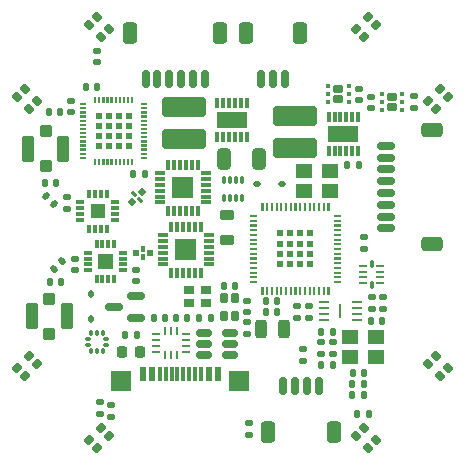
<source format=gbr>
%TF.GenerationSoftware,KiCad,Pcbnew,9.0.0-9.0.0-2~ubuntu24.04.1*%
%TF.CreationDate,2025-03-27T18:59:32+01:00*%
%TF.ProjectId,Kolibri v0.5,4b6f6c69-6272-4692-9076-302e352e6b69,rev?*%
%TF.SameCoordinates,Original*%
%TF.FileFunction,Paste,Top*%
%TF.FilePolarity,Positive*%
%FSLAX46Y46*%
G04 Gerber Fmt 4.6, Leading zero omitted, Abs format (unit mm)*
G04 Created by KiCad (PCBNEW 9.0.0-9.0.0-2~ubuntu24.04.1) date 2025-03-27 18:59:32*
%MOMM*%
%LPD*%
G01*
G04 APERTURE LIST*
G04 Aperture macros list*
%AMRoundRect*
0 Rectangle with rounded corners*
0 $1 Rounding radius*
0 $2 $3 $4 $5 $6 $7 $8 $9 X,Y pos of 4 corners*
0 Add a 4 corners polygon primitive as box body*
4,1,4,$2,$3,$4,$5,$6,$7,$8,$9,$2,$3,0*
0 Add four circle primitives for the rounded corners*
1,1,$1+$1,$2,$3*
1,1,$1+$1,$4,$5*
1,1,$1+$1,$6,$7*
1,1,$1+$1,$8,$9*
0 Add four rect primitives between the rounded corners*
20,1,$1+$1,$2,$3,$4,$5,0*
20,1,$1+$1,$4,$5,$6,$7,0*
20,1,$1+$1,$6,$7,$8,$9,0*
20,1,$1+$1,$8,$9,$2,$3,0*%
%AMRotRect*
0 Rectangle, with rotation*
0 The origin of the aperture is its center*
0 $1 length*
0 $2 width*
0 $3 Rotation angle, in degrees counterclockwise*
0 Add horizontal line*
21,1,$1,$2,0,0,$3*%
G04 Aperture macros list end*
%ADD10C,0.100000*%
%ADD11R,0.800000X0.300000*%
%ADD12R,0.300000X0.800000*%
%ADD13R,0.550000X0.550000*%
%ADD14R,0.300000X0.850000*%
%ADD15R,0.850000X0.300000*%
%ADD16RoundRect,0.140000X-0.170000X0.140000X-0.170000X-0.140000X0.170000X-0.140000X0.170000X0.140000X0*%
%ADD17RoundRect,0.150000X0.150000X0.625000X-0.150000X0.625000X-0.150000X-0.625000X0.150000X-0.625000X0*%
%ADD18RoundRect,0.250000X0.350000X0.650000X-0.350000X0.650000X-0.350000X-0.650000X0.350000X-0.650000X0*%
%ADD19RoundRect,0.135000X-0.185000X0.135000X-0.185000X-0.135000X0.185000X-0.135000X0.185000X0.135000X0*%
%ADD20RoundRect,0.097500X-0.374767X0.053033X0.053033X-0.374767X0.374767X-0.053033X-0.053033X0.374767X0*%
%ADD21RoundRect,0.140000X0.170000X-0.140000X0.170000X0.140000X-0.170000X0.140000X-0.170000X-0.140000X0*%
%ADD22RoundRect,0.062500X0.237500X-0.062500X0.237500X0.062500X-0.237500X0.062500X-0.237500X-0.062500X0*%
%ADD23RoundRect,0.050000X0.250000X-0.050000X0.250000X0.050000X-0.250000X0.050000X-0.250000X-0.050000X0*%
%ADD24RoundRect,0.075000X0.075000X-0.250000X0.075000X0.250000X-0.075000X0.250000X-0.075000X-0.250000X0*%
%ADD25RoundRect,0.097500X0.053033X0.374767X-0.374767X-0.053033X-0.053033X-0.374767X0.374767X0.053033X0*%
%ADD26R,0.600000X1.150000*%
%ADD27R,0.300000X1.150000*%
%ADD28R,1.700000X1.700000*%
%ADD29R,0.300000X0.500000*%
%ADD30R,0.300000X0.900000*%
%ADD31R,2.600000X1.400000*%
%ADD32RoundRect,0.218750X0.381250X-0.218750X0.381250X0.218750X-0.381250X0.218750X-0.381250X-0.218750X0*%
%ADD33RoundRect,0.147500X-0.147500X-0.172500X0.147500X-0.172500X0.147500X0.172500X-0.147500X0.172500X0*%
%ADD34RoundRect,0.140000X-0.140000X-0.170000X0.140000X-0.170000X0.140000X0.170000X-0.140000X0.170000X0*%
%ADD35RoundRect,0.218750X0.218750X0.256250X-0.218750X0.256250X-0.218750X-0.256250X0.218750X-0.256250X0*%
%ADD36RoundRect,0.140000X0.140000X0.170000X-0.140000X0.170000X-0.140000X-0.170000X0.140000X-0.170000X0*%
%ADD37RoundRect,0.135000X-0.135000X-0.185000X0.135000X-0.185000X0.135000X0.185000X-0.135000X0.185000X0*%
%ADD38RoundRect,0.250000X0.250000X0.550000X-0.250000X0.550000X-0.250000X-0.550000X0.250000X-0.550000X0*%
%ADD39RoundRect,0.087500X-0.125000X-0.087500X0.125000X-0.087500X0.125000X0.087500X-0.125000X0.087500X0*%
%ADD40RoundRect,0.087500X-0.087500X-0.125000X0.087500X-0.125000X0.087500X0.125000X-0.087500X0.125000X0*%
%ADD41RoundRect,0.172500X-0.262500X-0.172500X0.262500X-0.172500X0.262500X0.172500X-0.262500X0.172500X0*%
%ADD42RoundRect,0.093750X-0.093750X-0.106250X0.093750X-0.106250X0.093750X0.106250X-0.093750X0.106250X0*%
%ADD43R,0.675000X0.250000*%
%ADD44R,0.250000X0.675000*%
%ADD45RoundRect,0.135000X0.135000X0.185000X-0.135000X0.185000X-0.135000X-0.185000X0.135000X-0.185000X0*%
%ADD46R,1.400000X1.200000*%
%ADD47RotRect,0.550000X0.550000X315.000000*%
%ADD48RotRect,0.300000X0.500000X225.000000*%
%ADD49RoundRect,0.050000X-0.100000X0.285000X-0.100000X-0.285000X0.100000X-0.285000X0.100000X0.285000X0*%
%ADD50RoundRect,0.150000X0.625000X-0.150000X0.625000X0.150000X-0.625000X0.150000X-0.625000X-0.150000X0*%
%ADD51RoundRect,0.250000X0.650000X-0.350000X0.650000X0.350000X-0.650000X0.350000X-0.650000X-0.350000X0*%
%ADD52RoundRect,0.250000X-1.600000X0.600000X-1.600000X-0.600000X1.600000X-0.600000X1.600000X0.600000X0*%
%ADD53RoundRect,0.097500X-0.053033X-0.374767X0.374767X0.053033X0.053033X0.374767X-0.374767X-0.053033X0*%
%ADD54RoundRect,0.100000X0.400000X0.400000X-0.400000X0.400000X-0.400000X-0.400000X0.400000X-0.400000X0*%
%ADD55RoundRect,0.105000X0.420000X0.995000X-0.420000X0.995000X-0.420000X-0.995000X0.420000X-0.995000X0*%
%ADD56RoundRect,0.135000X0.185000X-0.135000X0.185000X0.135000X-0.185000X0.135000X-0.185000X-0.135000X0*%
%ADD57RoundRect,0.100000X-0.400000X-0.400000X0.400000X-0.400000X0.400000X0.400000X-0.400000X0.400000X0*%
%ADD58RoundRect,0.105000X-0.420000X-0.995000X0.420000X-0.995000X0.420000X0.995000X-0.420000X0.995000X0*%
%ADD59RoundRect,0.097500X0.374767X-0.053033X-0.053033X0.374767X-0.374767X0.053033X0.053033X-0.374767X0*%
%ADD60RoundRect,0.150000X-0.150000X-0.625000X0.150000X-0.625000X0.150000X0.625000X-0.150000X0.625000X0*%
%ADD61RoundRect,0.250000X-0.350000X-0.650000X0.350000X-0.650000X0.350000X0.650000X-0.350000X0.650000X0*%
%ADD62RoundRect,0.150000X0.512500X0.150000X-0.512500X0.150000X-0.512500X-0.150000X0.512500X-0.150000X0*%
%ADD63RoundRect,0.097500X0.227500X-0.302500X0.227500X0.302500X-0.227500X0.302500X-0.227500X-0.302500X0*%
%ADD64RoundRect,0.112500X-0.187500X-0.112500X0.187500X-0.112500X0.187500X0.112500X-0.187500X0.112500X0*%
%ADD65RoundRect,0.140000X-0.219203X-0.021213X-0.021213X-0.219203X0.219203X0.021213X0.021213X0.219203X0*%
%ADD66RoundRect,0.250000X0.325000X0.650000X-0.325000X0.650000X-0.325000X-0.650000X0.325000X-0.650000X0*%
%ADD67R,0.900000X0.800000*%
%ADD68RoundRect,0.140000X0.021213X-0.219203X0.219203X-0.021213X-0.021213X0.219203X-0.219203X0.021213X0*%
%ADD69RoundRect,0.112500X-0.112500X0.187500X-0.112500X-0.187500X0.112500X-0.187500X0.112500X0.187500X0*%
%ADD70RoundRect,0.150000X0.587500X0.150000X-0.587500X0.150000X-0.587500X-0.150000X0.587500X-0.150000X0*%
%ADD71RoundRect,0.040000X0.040000X0.605000X-0.040000X0.605000X-0.040000X-0.605000X0.040000X-0.605000X0*%
%ADD72RoundRect,0.062500X0.387500X0.062500X-0.387500X0.062500X-0.387500X-0.062500X0.387500X-0.062500X0*%
G04 APERTURE END LIST*
%TO.C,IC2*%
G36*
X89200000Y-98800000D02*
G01*
X88000000Y-98800000D01*
X88000000Y-97600000D01*
X89200000Y-97600000D01*
X89200000Y-98800000D01*
G37*
%TO.C,IC4*%
G36*
X89850000Y-103050000D02*
G01*
X88650000Y-103050000D01*
X88650000Y-101850000D01*
X89850000Y-101850000D01*
X89850000Y-103050000D01*
G37*
%TO.C,U3*%
G36*
X87100000Y-89025000D02*
G01*
X87600000Y-89025000D01*
X87600000Y-89225000D01*
X87100000Y-89225000D01*
X87100000Y-89025000D01*
G37*
G36*
X87100000Y-89375000D02*
G01*
X87600000Y-89375000D01*
X87600000Y-89575000D01*
X87100000Y-89575000D01*
X87100000Y-89375000D01*
G37*
G36*
X87100000Y-89725000D02*
G01*
X87600000Y-89725000D01*
X87600000Y-89925000D01*
X87100000Y-89925000D01*
X87100000Y-89725000D01*
G37*
G36*
X87100000Y-90075000D02*
G01*
X87600000Y-90075000D01*
X87600000Y-90275000D01*
X87100000Y-90275000D01*
X87100000Y-90075000D01*
G37*
G36*
X87100000Y-90425000D02*
G01*
X87600000Y-90425000D01*
X87600000Y-90625000D01*
X87100000Y-90625000D01*
X87100000Y-90425000D01*
G37*
G36*
X87100000Y-90775000D02*
G01*
X87600000Y-90775000D01*
X87600000Y-90975000D01*
X87100000Y-90975000D01*
X87100000Y-90775000D01*
G37*
G36*
X87100000Y-91125000D02*
G01*
X87600000Y-91125000D01*
X87600000Y-91325000D01*
X87100000Y-91325000D01*
X87100000Y-91125000D01*
G37*
G36*
X87100000Y-91475000D02*
G01*
X87600000Y-91475000D01*
X87600000Y-91675000D01*
X87100000Y-91675000D01*
X87100000Y-91475000D01*
G37*
G36*
X87100000Y-91825000D02*
G01*
X87600000Y-91825000D01*
X87600000Y-92025000D01*
X87100000Y-92025000D01*
X87100000Y-91825000D01*
G37*
G36*
X87100000Y-92175000D02*
G01*
X87600000Y-92175000D01*
X87600000Y-92375000D01*
X87100000Y-92375000D01*
X87100000Y-92175000D01*
G37*
G36*
X87100000Y-92525000D02*
G01*
X87600000Y-92525000D01*
X87600000Y-92725000D01*
X87100000Y-92725000D01*
X87100000Y-92525000D01*
G37*
G36*
X87100000Y-92875000D02*
G01*
X87600000Y-92875000D01*
X87600000Y-93075000D01*
X87100000Y-93075000D01*
X87100000Y-92875000D01*
G37*
G36*
X87100000Y-93225000D02*
G01*
X87600000Y-93225000D01*
X87600000Y-93425000D01*
X87100000Y-93425000D01*
X87100000Y-93225000D01*
G37*
G36*
X87100000Y-93575000D02*
G01*
X87600000Y-93575000D01*
X87600000Y-93775000D01*
X87100000Y-93775000D01*
X87100000Y-93575000D01*
G37*
G36*
X88275000Y-88550000D02*
G01*
X88475000Y-88550000D01*
X88475000Y-89050000D01*
X88275000Y-89050000D01*
X88275000Y-88550000D01*
G37*
G36*
X88275000Y-93750000D02*
G01*
X88475000Y-93750000D01*
X88475000Y-94250000D01*
X88275000Y-94250000D01*
X88275000Y-93750000D01*
G37*
G36*
X88625000Y-88550000D02*
G01*
X88825000Y-88550000D01*
X88825000Y-89050000D01*
X88625000Y-89050000D01*
X88625000Y-88550000D01*
G37*
G36*
X88625000Y-93750000D02*
G01*
X88825000Y-93750000D01*
X88825000Y-94250000D01*
X88625000Y-94250000D01*
X88625000Y-93750000D01*
G37*
G36*
X88975000Y-88550000D02*
G01*
X89175000Y-88550000D01*
X89175000Y-89050000D01*
X88975000Y-89050000D01*
X88975000Y-88550000D01*
G37*
G36*
X88975000Y-93750000D02*
G01*
X89175000Y-93750000D01*
X89175000Y-94250000D01*
X88975000Y-94250000D01*
X88975000Y-93750000D01*
G37*
G36*
X89325000Y-88550000D02*
G01*
X89525000Y-88550000D01*
X89525000Y-89050000D01*
X89325000Y-89050000D01*
X89325000Y-88550000D01*
G37*
G36*
X89325000Y-93750000D02*
G01*
X89525000Y-93750000D01*
X89525000Y-94250000D01*
X89325000Y-94250000D01*
X89325000Y-93750000D01*
G37*
G36*
X89675000Y-88550000D02*
G01*
X89875000Y-88550000D01*
X89875000Y-89050000D01*
X89675000Y-89050000D01*
X89675000Y-88550000D01*
G37*
G36*
X89675000Y-93750000D02*
G01*
X89875000Y-93750000D01*
X89875000Y-94250000D01*
X89675000Y-94250000D01*
X89675000Y-93750000D01*
G37*
G36*
X90025000Y-88550000D02*
G01*
X90225000Y-88550000D01*
X90225000Y-89050000D01*
X90025000Y-89050000D01*
X90025000Y-88550000D01*
G37*
G36*
X90025000Y-93750000D02*
G01*
X90225000Y-93750000D01*
X90225000Y-94250000D01*
X90025000Y-94250000D01*
X90025000Y-93750000D01*
G37*
G36*
X90375000Y-88550000D02*
G01*
X90575000Y-88550000D01*
X90575000Y-89050000D01*
X90375000Y-89050000D01*
X90375000Y-88550000D01*
G37*
G36*
X90375000Y-93750000D02*
G01*
X90575000Y-93750000D01*
X90575000Y-94250000D01*
X90375000Y-94250000D01*
X90375000Y-93750000D01*
G37*
G36*
X90725000Y-88550000D02*
G01*
X90925000Y-88550000D01*
X90925000Y-89050000D01*
X90725000Y-89050000D01*
X90725000Y-88550000D01*
G37*
G36*
X90725000Y-93750000D02*
G01*
X90925000Y-93750000D01*
X90925000Y-94250000D01*
X90725000Y-94250000D01*
X90725000Y-93750000D01*
G37*
G36*
X91075000Y-88550000D02*
G01*
X91275000Y-88550000D01*
X91275000Y-89050000D01*
X91075000Y-89050000D01*
X91075000Y-88550000D01*
G37*
G36*
X91075000Y-93750000D02*
G01*
X91275000Y-93750000D01*
X91275000Y-94250000D01*
X91075000Y-94250000D01*
X91075000Y-93750000D01*
G37*
G36*
X91425000Y-88550000D02*
G01*
X91625000Y-88550000D01*
X91625000Y-89050000D01*
X91425000Y-89050000D01*
X91425000Y-88550000D01*
G37*
G36*
X91425000Y-93750000D02*
G01*
X91625000Y-93750000D01*
X91625000Y-94250000D01*
X91425000Y-94250000D01*
X91425000Y-93750000D01*
G37*
G36*
X92300000Y-89025000D02*
G01*
X92800000Y-89025000D01*
X92800000Y-89225000D01*
X92300000Y-89225000D01*
X92300000Y-89025000D01*
G37*
G36*
X92300000Y-89375000D02*
G01*
X92800000Y-89375000D01*
X92800000Y-89575000D01*
X92300000Y-89575000D01*
X92300000Y-89375000D01*
G37*
G36*
X92300000Y-89725000D02*
G01*
X92800000Y-89725000D01*
X92800000Y-89925000D01*
X92300000Y-89925000D01*
X92300000Y-89725000D01*
G37*
G36*
X92300000Y-90075000D02*
G01*
X92800000Y-90075000D01*
X92800000Y-90275000D01*
X92300000Y-90275000D01*
X92300000Y-90075000D01*
G37*
G36*
X92300000Y-90425000D02*
G01*
X92800000Y-90425000D01*
X92800000Y-90625000D01*
X92300000Y-90625000D01*
X92300000Y-90425000D01*
G37*
G36*
X92300000Y-90775000D02*
G01*
X92800000Y-90775000D01*
X92800000Y-90975000D01*
X92300000Y-90975000D01*
X92300000Y-90775000D01*
G37*
G36*
X92300000Y-91125000D02*
G01*
X92800000Y-91125000D01*
X92800000Y-91325000D01*
X92300000Y-91325000D01*
X92300000Y-91125000D01*
G37*
G36*
X92300000Y-91475000D02*
G01*
X92800000Y-91475000D01*
X92800000Y-91675000D01*
X92300000Y-91675000D01*
X92300000Y-91475000D01*
G37*
G36*
X92300000Y-91825000D02*
G01*
X92800000Y-91825000D01*
X92800000Y-92025000D01*
X92300000Y-92025000D01*
X92300000Y-91825000D01*
G37*
G36*
X92300000Y-92175000D02*
G01*
X92800000Y-92175000D01*
X92800000Y-92375000D01*
X92300000Y-92375000D01*
X92300000Y-92175000D01*
G37*
G36*
X92300000Y-92525000D02*
G01*
X92800000Y-92525000D01*
X92800000Y-92725000D01*
X92300000Y-92725000D01*
X92300000Y-92525000D01*
G37*
G36*
X92300000Y-92875000D02*
G01*
X92800000Y-92875000D01*
X92800000Y-93075000D01*
X92300000Y-93075000D01*
X92300000Y-92875000D01*
G37*
G36*
X92300000Y-93225000D02*
G01*
X92800000Y-93225000D01*
X92800000Y-93425000D01*
X92300000Y-93425000D01*
X92300000Y-93225000D01*
G37*
G36*
X92300000Y-93575000D02*
G01*
X92800000Y-93575000D01*
X92800000Y-93775000D01*
X92300000Y-93775000D01*
X92300000Y-93575000D01*
G37*
%TO.C,U1*%
D10*
X109125000Y-104200000D02*
X108575000Y-104200000D01*
X108575000Y-104100000D01*
X109125000Y-104100000D01*
X109125000Y-104200000D01*
G36*
X109125000Y-104200000D02*
G01*
X108575000Y-104200000D01*
X108575000Y-104100000D01*
X109125000Y-104100000D01*
X109125000Y-104200000D01*
G37*
X109125000Y-103800000D02*
X108575000Y-103800000D01*
X108575000Y-103700000D01*
X109125000Y-103700000D01*
X109125000Y-103800000D01*
G36*
X109125000Y-103800000D02*
G01*
X108575000Y-103800000D01*
X108575000Y-103700000D01*
X109125000Y-103700000D01*
X109125000Y-103800000D01*
G37*
X109125000Y-103400000D02*
X108575000Y-103400000D01*
X108575000Y-103300000D01*
X109125000Y-103300000D01*
X109125000Y-103400000D01*
G36*
X109125000Y-103400000D02*
G01*
X108575000Y-103400000D01*
X108575000Y-103300000D01*
X109125000Y-103300000D01*
X109125000Y-103400000D01*
G37*
X109125000Y-103000000D02*
X108575000Y-103000000D01*
X108575000Y-102900000D01*
X109125000Y-102900000D01*
X109125000Y-103000000D01*
G36*
X109125000Y-103000000D02*
G01*
X108575000Y-103000000D01*
X108575000Y-102900000D01*
X109125000Y-102900000D01*
X109125000Y-103000000D01*
G37*
X109125000Y-102600000D02*
X108575000Y-102600000D01*
X108575000Y-102500000D01*
X109125000Y-102500000D01*
X109125000Y-102600000D01*
G36*
X109125000Y-102600000D02*
G01*
X108575000Y-102600000D01*
X108575000Y-102500000D01*
X109125000Y-102500000D01*
X109125000Y-102600000D01*
G37*
X109125000Y-102200000D02*
X108575000Y-102200000D01*
X108575000Y-102100000D01*
X109125000Y-102100000D01*
X109125000Y-102200000D01*
G36*
X109125000Y-102200000D02*
G01*
X108575000Y-102200000D01*
X108575000Y-102100000D01*
X109125000Y-102100000D01*
X109125000Y-102200000D01*
G37*
X109125000Y-101800000D02*
X108575000Y-101800000D01*
X108575000Y-101700000D01*
X109125000Y-101700000D01*
X109125000Y-101800000D01*
G36*
X109125000Y-101800000D02*
G01*
X108575000Y-101800000D01*
X108575000Y-101700000D01*
X109125000Y-101700000D01*
X109125000Y-101800000D01*
G37*
X109125000Y-101400000D02*
X108575000Y-101400000D01*
X108575000Y-101300000D01*
X109125000Y-101300000D01*
X109125000Y-101400000D01*
G36*
X109125000Y-101400000D02*
G01*
X108575000Y-101400000D01*
X108575000Y-101300000D01*
X109125000Y-101300000D01*
X109125000Y-101400000D01*
G37*
X109125000Y-101000000D02*
X108575000Y-101000000D01*
X108575000Y-100900000D01*
X109125000Y-100900000D01*
X109125000Y-101000000D01*
G36*
X109125000Y-101000000D02*
G01*
X108575000Y-101000000D01*
X108575000Y-100900000D01*
X109125000Y-100900000D01*
X109125000Y-101000000D01*
G37*
X109125000Y-100600000D02*
X108575000Y-100600000D01*
X108575000Y-100500000D01*
X109125000Y-100500000D01*
X109125000Y-100600000D01*
G36*
X109125000Y-100600000D02*
G01*
X108575000Y-100600000D01*
X108575000Y-100500000D01*
X109125000Y-100500000D01*
X109125000Y-100600000D01*
G37*
X109125000Y-100200000D02*
X108575000Y-100200000D01*
X108575000Y-100100000D01*
X109125000Y-100100000D01*
X109125000Y-100200000D01*
G36*
X109125000Y-100200000D02*
G01*
X108575000Y-100200000D01*
X108575000Y-100100000D01*
X109125000Y-100100000D01*
X109125000Y-100200000D01*
G37*
X109125000Y-99800000D02*
X108575000Y-99800000D01*
X108575000Y-99700000D01*
X109125000Y-99700000D01*
X109125000Y-99800000D01*
G36*
X109125000Y-99800000D02*
G01*
X108575000Y-99800000D01*
X108575000Y-99700000D01*
X109125000Y-99700000D01*
X109125000Y-99800000D01*
G37*
X109125000Y-99400000D02*
X108575000Y-99400000D01*
X108575000Y-99300000D01*
X109125000Y-99300000D01*
X109125000Y-99400000D01*
G36*
X109125000Y-99400000D02*
G01*
X108575000Y-99400000D01*
X108575000Y-99300000D01*
X109125000Y-99300000D01*
X109125000Y-99400000D01*
G37*
X109125000Y-99000000D02*
X108575000Y-99000000D01*
X108575000Y-98900000D01*
X109125000Y-98900000D01*
X109125000Y-99000000D01*
G36*
X109125000Y-99000000D02*
G01*
X108575000Y-99000000D01*
X108575000Y-98900000D01*
X109125000Y-98900000D01*
X109125000Y-99000000D01*
G37*
X109125000Y-98600000D02*
X108575000Y-98600000D01*
X108575000Y-98500000D01*
X109125000Y-98500000D01*
X109125000Y-98600000D01*
G36*
X109125000Y-98600000D02*
G01*
X108575000Y-98600000D01*
X108575000Y-98500000D01*
X109125000Y-98500000D01*
X109125000Y-98600000D01*
G37*
X108150000Y-105175000D02*
X108050000Y-105175000D01*
X108050000Y-104625000D01*
X108150000Y-104625000D01*
X108150000Y-105175000D01*
G36*
X108150000Y-105175000D02*
G01*
X108050000Y-105175000D01*
X108050000Y-104625000D01*
X108150000Y-104625000D01*
X108150000Y-105175000D01*
G37*
X108150000Y-98075000D02*
X108050000Y-98075000D01*
X108050000Y-97525000D01*
X108150000Y-97525000D01*
X108150000Y-98075000D01*
G36*
X108150000Y-98075000D02*
G01*
X108050000Y-98075000D01*
X108050000Y-97525000D01*
X108150000Y-97525000D01*
X108150000Y-98075000D01*
G37*
X107750000Y-105175000D02*
X107650000Y-105175000D01*
X107650000Y-104625000D01*
X107750000Y-104625000D01*
X107750000Y-105175000D01*
G36*
X107750000Y-105175000D02*
G01*
X107650000Y-105175000D01*
X107650000Y-104625000D01*
X107750000Y-104625000D01*
X107750000Y-105175000D01*
G37*
X107750000Y-98075000D02*
X107650000Y-98075000D01*
X107650000Y-97525000D01*
X107750000Y-97525000D01*
X107750000Y-98075000D01*
G36*
X107750000Y-98075000D02*
G01*
X107650000Y-98075000D01*
X107650000Y-97525000D01*
X107750000Y-97525000D01*
X107750000Y-98075000D01*
G37*
X107350000Y-105175000D02*
X107250000Y-105175000D01*
X107250000Y-104625000D01*
X107350000Y-104625000D01*
X107350000Y-105175000D01*
G36*
X107350000Y-105175000D02*
G01*
X107250000Y-105175000D01*
X107250000Y-104625000D01*
X107350000Y-104625000D01*
X107350000Y-105175000D01*
G37*
X107350000Y-98075000D02*
X107250000Y-98075000D01*
X107250000Y-97525000D01*
X107350000Y-97525000D01*
X107350000Y-98075000D01*
G36*
X107350000Y-98075000D02*
G01*
X107250000Y-98075000D01*
X107250000Y-97525000D01*
X107350000Y-97525000D01*
X107350000Y-98075000D01*
G37*
X106950000Y-105175000D02*
X106850000Y-105175000D01*
X106850000Y-104625000D01*
X106950000Y-104625000D01*
X106950000Y-105175000D01*
G36*
X106950000Y-105175000D02*
G01*
X106850000Y-105175000D01*
X106850000Y-104625000D01*
X106950000Y-104625000D01*
X106950000Y-105175000D01*
G37*
X106950000Y-98075000D02*
X106850000Y-98075000D01*
X106850000Y-97525000D01*
X106950000Y-97525000D01*
X106950000Y-98075000D01*
G36*
X106950000Y-98075000D02*
G01*
X106850000Y-98075000D01*
X106850000Y-97525000D01*
X106950000Y-97525000D01*
X106950000Y-98075000D01*
G37*
X106550000Y-105175000D02*
X106450000Y-105175000D01*
X106450000Y-104625000D01*
X106550000Y-104625000D01*
X106550000Y-105175000D01*
G36*
X106550000Y-105175000D02*
G01*
X106450000Y-105175000D01*
X106450000Y-104625000D01*
X106550000Y-104625000D01*
X106550000Y-105175000D01*
G37*
X106550000Y-98075000D02*
X106450000Y-98075000D01*
X106450000Y-97525000D01*
X106550000Y-97525000D01*
X106550000Y-98075000D01*
G36*
X106550000Y-98075000D02*
G01*
X106450000Y-98075000D01*
X106450000Y-97525000D01*
X106550000Y-97525000D01*
X106550000Y-98075000D01*
G37*
X106150000Y-105175000D02*
X106050000Y-105175000D01*
X106050000Y-104625000D01*
X106150000Y-104625000D01*
X106150000Y-105175000D01*
G36*
X106150000Y-105175000D02*
G01*
X106050000Y-105175000D01*
X106050000Y-104625000D01*
X106150000Y-104625000D01*
X106150000Y-105175000D01*
G37*
X106150000Y-98075000D02*
X106050000Y-98075000D01*
X106050000Y-97525000D01*
X106150000Y-97525000D01*
X106150000Y-98075000D01*
G36*
X106150000Y-98075000D02*
G01*
X106050000Y-98075000D01*
X106050000Y-97525000D01*
X106150000Y-97525000D01*
X106150000Y-98075000D01*
G37*
X105750000Y-105175000D02*
X105650000Y-105175000D01*
X105650000Y-104625000D01*
X105750000Y-104625000D01*
X105750000Y-105175000D01*
G36*
X105750000Y-105175000D02*
G01*
X105650000Y-105175000D01*
X105650000Y-104625000D01*
X105750000Y-104625000D01*
X105750000Y-105175000D01*
G37*
X105750000Y-98075000D02*
X105650000Y-98075000D01*
X105650000Y-97525000D01*
X105750000Y-97525000D01*
X105750000Y-98075000D01*
G36*
X105750000Y-98075000D02*
G01*
X105650000Y-98075000D01*
X105650000Y-97525000D01*
X105750000Y-97525000D01*
X105750000Y-98075000D01*
G37*
X105350000Y-105175000D02*
X105250000Y-105175000D01*
X105250000Y-104625000D01*
X105350000Y-104625000D01*
X105350000Y-105175000D01*
G36*
X105350000Y-105175000D02*
G01*
X105250000Y-105175000D01*
X105250000Y-104625000D01*
X105350000Y-104625000D01*
X105350000Y-105175000D01*
G37*
X105350000Y-98075000D02*
X105250000Y-98075000D01*
X105250000Y-97525000D01*
X105350000Y-97525000D01*
X105350000Y-98075000D01*
G36*
X105350000Y-98075000D02*
G01*
X105250000Y-98075000D01*
X105250000Y-97525000D01*
X105350000Y-97525000D01*
X105350000Y-98075000D01*
G37*
X104950000Y-105175000D02*
X104850000Y-105175000D01*
X104850000Y-104625000D01*
X104950000Y-104625000D01*
X104950000Y-105175000D01*
G36*
X104950000Y-105175000D02*
G01*
X104850000Y-105175000D01*
X104850000Y-104625000D01*
X104950000Y-104625000D01*
X104950000Y-105175000D01*
G37*
X104950000Y-98075000D02*
X104850000Y-98075000D01*
X104850000Y-97525000D01*
X104950000Y-97525000D01*
X104950000Y-98075000D01*
G36*
X104950000Y-98075000D02*
G01*
X104850000Y-98075000D01*
X104850000Y-97525000D01*
X104950000Y-97525000D01*
X104950000Y-98075000D01*
G37*
X104550000Y-105175000D02*
X104450000Y-105175000D01*
X104450000Y-104625000D01*
X104550000Y-104625000D01*
X104550000Y-105175000D01*
G36*
X104550000Y-105175000D02*
G01*
X104450000Y-105175000D01*
X104450000Y-104625000D01*
X104550000Y-104625000D01*
X104550000Y-105175000D01*
G37*
X104550000Y-98075000D02*
X104450000Y-98075000D01*
X104450000Y-97525000D01*
X104550000Y-97525000D01*
X104550000Y-98075000D01*
G36*
X104550000Y-98075000D02*
G01*
X104450000Y-98075000D01*
X104450000Y-97525000D01*
X104550000Y-97525000D01*
X104550000Y-98075000D01*
G37*
X104150000Y-105175000D02*
X104050000Y-105175000D01*
X104050000Y-104625000D01*
X104150000Y-104625000D01*
X104150000Y-105175000D01*
G36*
X104150000Y-105175000D02*
G01*
X104050000Y-105175000D01*
X104050000Y-104625000D01*
X104150000Y-104625000D01*
X104150000Y-105175000D01*
G37*
X104150000Y-98075000D02*
X104050000Y-98075000D01*
X104050000Y-97525000D01*
X104150000Y-97525000D01*
X104150000Y-98075000D01*
G36*
X104150000Y-98075000D02*
G01*
X104050000Y-98075000D01*
X104050000Y-97525000D01*
X104150000Y-97525000D01*
X104150000Y-98075000D01*
G37*
X103750000Y-105175000D02*
X103650000Y-105175000D01*
X103650000Y-104625000D01*
X103750000Y-104625000D01*
X103750000Y-105175000D01*
G36*
X103750000Y-105175000D02*
G01*
X103650000Y-105175000D01*
X103650000Y-104625000D01*
X103750000Y-104625000D01*
X103750000Y-105175000D01*
G37*
X103750000Y-98075000D02*
X103650000Y-98075000D01*
X103650000Y-97525000D01*
X103750000Y-97525000D01*
X103750000Y-98075000D01*
G36*
X103750000Y-98075000D02*
G01*
X103650000Y-98075000D01*
X103650000Y-97525000D01*
X103750000Y-97525000D01*
X103750000Y-98075000D01*
G37*
X103350000Y-105175000D02*
X103250000Y-105175000D01*
X103250000Y-104625000D01*
X103350000Y-104625000D01*
X103350000Y-105175000D01*
G36*
X103350000Y-105175000D02*
G01*
X103250000Y-105175000D01*
X103250000Y-104625000D01*
X103350000Y-104625000D01*
X103350000Y-105175000D01*
G37*
X103350000Y-98075000D02*
X103250000Y-98075000D01*
X103250000Y-97525000D01*
X103350000Y-97525000D01*
X103350000Y-98075000D01*
G36*
X103350000Y-98075000D02*
G01*
X103250000Y-98075000D01*
X103250000Y-97525000D01*
X103350000Y-97525000D01*
X103350000Y-98075000D01*
G37*
X102950000Y-105175000D02*
X102850000Y-105175000D01*
X102850000Y-104625000D01*
X102950000Y-104625000D01*
X102950000Y-105175000D01*
G36*
X102950000Y-105175000D02*
G01*
X102850000Y-105175000D01*
X102850000Y-104625000D01*
X102950000Y-104625000D01*
X102950000Y-105175000D01*
G37*
X102950000Y-98075000D02*
X102850000Y-98075000D01*
X102850000Y-97525000D01*
X102950000Y-97525000D01*
X102950000Y-98075000D01*
G36*
X102950000Y-98075000D02*
G01*
X102850000Y-98075000D01*
X102850000Y-97525000D01*
X102950000Y-97525000D01*
X102950000Y-98075000D01*
G37*
X102550000Y-105175000D02*
X102450000Y-105175000D01*
X102450000Y-104625000D01*
X102550000Y-104625000D01*
X102550000Y-105175000D01*
G36*
X102550000Y-105175000D02*
G01*
X102450000Y-105175000D01*
X102450000Y-104625000D01*
X102550000Y-104625000D01*
X102550000Y-105175000D01*
G37*
X102550000Y-98075000D02*
X102450000Y-98075000D01*
X102450000Y-97525000D01*
X102550000Y-97525000D01*
X102550000Y-98075000D01*
G36*
X102550000Y-98075000D02*
G01*
X102450000Y-98075000D01*
X102450000Y-97525000D01*
X102550000Y-97525000D01*
X102550000Y-98075000D01*
G37*
X102025000Y-104200000D02*
X101475000Y-104200000D01*
X101475000Y-104100000D01*
X102025000Y-104100000D01*
X102025000Y-104200000D01*
G36*
X102025000Y-104200000D02*
G01*
X101475000Y-104200000D01*
X101475000Y-104100000D01*
X102025000Y-104100000D01*
X102025000Y-104200000D01*
G37*
X102025000Y-103800000D02*
X101475000Y-103800000D01*
X101475000Y-103700000D01*
X102025000Y-103700000D01*
X102025000Y-103800000D01*
G36*
X102025000Y-103800000D02*
G01*
X101475000Y-103800000D01*
X101475000Y-103700000D01*
X102025000Y-103700000D01*
X102025000Y-103800000D01*
G37*
X102025000Y-103400000D02*
X101475000Y-103400000D01*
X101475000Y-103300000D01*
X102025000Y-103300000D01*
X102025000Y-103400000D01*
G36*
X102025000Y-103400000D02*
G01*
X101475000Y-103400000D01*
X101475000Y-103300000D01*
X102025000Y-103300000D01*
X102025000Y-103400000D01*
G37*
X102025000Y-103000000D02*
X101475000Y-103000000D01*
X101475000Y-102900000D01*
X102025000Y-102900000D01*
X102025000Y-103000000D01*
G36*
X102025000Y-103000000D02*
G01*
X101475000Y-103000000D01*
X101475000Y-102900000D01*
X102025000Y-102900000D01*
X102025000Y-103000000D01*
G37*
X102025000Y-102600000D02*
X101475000Y-102600000D01*
X101475000Y-102500000D01*
X102025000Y-102500000D01*
X102025000Y-102600000D01*
G36*
X102025000Y-102600000D02*
G01*
X101475000Y-102600000D01*
X101475000Y-102500000D01*
X102025000Y-102500000D01*
X102025000Y-102600000D01*
G37*
X102025000Y-102200000D02*
X101475000Y-102200000D01*
X101475000Y-102100000D01*
X102025000Y-102100000D01*
X102025000Y-102200000D01*
G36*
X102025000Y-102200000D02*
G01*
X101475000Y-102200000D01*
X101475000Y-102100000D01*
X102025000Y-102100000D01*
X102025000Y-102200000D01*
G37*
X102025000Y-101800000D02*
X101475000Y-101800000D01*
X101475000Y-101700000D01*
X102025000Y-101700000D01*
X102025000Y-101800000D01*
G36*
X102025000Y-101800000D02*
G01*
X101475000Y-101800000D01*
X101475000Y-101700000D01*
X102025000Y-101700000D01*
X102025000Y-101800000D01*
G37*
X102025000Y-101400000D02*
X101475000Y-101400000D01*
X101475000Y-101300000D01*
X102025000Y-101300000D01*
X102025000Y-101400000D01*
G36*
X102025000Y-101400000D02*
G01*
X101475000Y-101400000D01*
X101475000Y-101300000D01*
X102025000Y-101300000D01*
X102025000Y-101400000D01*
G37*
X102025000Y-101000000D02*
X101475000Y-101000000D01*
X101475000Y-100900000D01*
X102025000Y-100900000D01*
X102025000Y-101000000D01*
G36*
X102025000Y-101000000D02*
G01*
X101475000Y-101000000D01*
X101475000Y-100900000D01*
X102025000Y-100900000D01*
X102025000Y-101000000D01*
G37*
X102025000Y-100600000D02*
X101475000Y-100600000D01*
X101475000Y-100500000D01*
X102025000Y-100500000D01*
X102025000Y-100600000D01*
G36*
X102025000Y-100600000D02*
G01*
X101475000Y-100600000D01*
X101475000Y-100500000D01*
X102025000Y-100500000D01*
X102025000Y-100600000D01*
G37*
X102025000Y-100200000D02*
X101475000Y-100200000D01*
X101475000Y-100100000D01*
X102025000Y-100100000D01*
X102025000Y-100200000D01*
G36*
X102025000Y-100200000D02*
G01*
X101475000Y-100200000D01*
X101475000Y-100100000D01*
X102025000Y-100100000D01*
X102025000Y-100200000D01*
G37*
X102025000Y-99800000D02*
X101475000Y-99800000D01*
X101475000Y-99700000D01*
X102025000Y-99700000D01*
X102025000Y-99800000D01*
G36*
X102025000Y-99800000D02*
G01*
X101475000Y-99800000D01*
X101475000Y-99700000D01*
X102025000Y-99700000D01*
X102025000Y-99800000D01*
G37*
X102025000Y-99400000D02*
X101475000Y-99400000D01*
X101475000Y-99300000D01*
X102025000Y-99300000D01*
X102025000Y-99400000D01*
G36*
X102025000Y-99400000D02*
G01*
X101475000Y-99400000D01*
X101475000Y-99300000D01*
X102025000Y-99300000D01*
X102025000Y-99400000D01*
G37*
X102025000Y-99000000D02*
X101475000Y-99000000D01*
X101475000Y-98900000D01*
X102025000Y-98900000D01*
X102025000Y-99000000D01*
G36*
X102025000Y-99000000D02*
G01*
X101475000Y-99000000D01*
X101475000Y-98900000D01*
X102025000Y-98900000D01*
X102025000Y-99000000D01*
G37*
X102025000Y-98600000D02*
X101475000Y-98600000D01*
X101475000Y-98500000D01*
X102025000Y-98500000D01*
X102025000Y-98600000D01*
G36*
X102025000Y-98600000D02*
G01*
X101475000Y-98600000D01*
X101475000Y-98500000D01*
X102025000Y-98500000D01*
X102025000Y-98600000D01*
G37*
%TO.C,IC3*%
G36*
X95150000Y-102350000D02*
G01*
X96950000Y-102350000D01*
X96950000Y-100550000D01*
X95150000Y-100550000D01*
X95150000Y-102350000D01*
G37*
%TO.C,IC1*%
G36*
X94900000Y-97100000D02*
G01*
X96700000Y-97100000D01*
X96700000Y-95300000D01*
X94900000Y-95300000D01*
X94900000Y-97100000D01*
G37*
%TD*%
D11*
%TO.C,IC2*%
X90100000Y-98950000D03*
X90100000Y-98450000D03*
X90100000Y-97950000D03*
X90100000Y-97450000D03*
D12*
X89350000Y-96700000D03*
X88850000Y-96700000D03*
X88350000Y-96700000D03*
X87850000Y-96700000D03*
D11*
X87100000Y-97450000D03*
X87100000Y-97950000D03*
X87100000Y-98450000D03*
X87100000Y-98950000D03*
D12*
X87850000Y-99700000D03*
X88350000Y-99700000D03*
X88850000Y-99700000D03*
X89350000Y-99700000D03*
%TD*%
D11*
%TO.C,IC4*%
X90750000Y-103200000D03*
X90750000Y-102700000D03*
X90750000Y-102200000D03*
X90750000Y-101700000D03*
D12*
X90000000Y-100950000D03*
X89500000Y-100950000D03*
X89000000Y-100950000D03*
X88500000Y-100950000D03*
D11*
X87750000Y-101700000D03*
X87750000Y-102200000D03*
X87750000Y-102700000D03*
X87750000Y-103200000D03*
D12*
X88500000Y-103950000D03*
X89000000Y-103950000D03*
X89500000Y-103950000D03*
X90000000Y-103950000D03*
%TD*%
D13*
%TO.C,U3*%
X88675000Y-90125000D03*
X88675000Y-90975000D03*
X88675000Y-91825000D03*
X88675000Y-92675000D03*
X89525000Y-90125000D03*
X89525000Y-90975000D03*
X89525000Y-91825000D03*
X89525000Y-92675000D03*
X90375000Y-90125000D03*
X90375000Y-90975000D03*
X90375000Y-91825000D03*
X90375000Y-92675000D03*
X91225000Y-90125000D03*
X91225000Y-90975000D03*
X91225000Y-91825000D03*
X91225000Y-92675000D03*
%TD*%
%TO.C,U1*%
X106575000Y-102625000D03*
X106575000Y-101775000D03*
X106575000Y-100925000D03*
X106575000Y-100075000D03*
X105725000Y-102625000D03*
X105725000Y-101775000D03*
X105725000Y-100925000D03*
X105725000Y-100075000D03*
X104875000Y-102625000D03*
X104875000Y-101775000D03*
X104875000Y-100925000D03*
X104875000Y-100075000D03*
X104025000Y-102625000D03*
X104025000Y-101775000D03*
X104025000Y-100925000D03*
X104025000Y-100075000D03*
%TD*%
D14*
%TO.C,IC3*%
X94800000Y-103400000D03*
X95300000Y-103400000D03*
X95800000Y-103400000D03*
X96300000Y-103400000D03*
X96800000Y-103400000D03*
X97300000Y-103400000D03*
D15*
X98000000Y-102700000D03*
X98000000Y-102200000D03*
X98000000Y-101700000D03*
X98000000Y-101200000D03*
X98000000Y-100700000D03*
X98000000Y-100200000D03*
D14*
X97300000Y-99500000D03*
X96800000Y-99500000D03*
X96300000Y-99500000D03*
X95800000Y-99500000D03*
X95300000Y-99500000D03*
X94800000Y-99500000D03*
D15*
X94100000Y-100200000D03*
X94100000Y-100700000D03*
X94100000Y-101200000D03*
X94100000Y-101700000D03*
X94100000Y-102200000D03*
X94100000Y-102700000D03*
%TD*%
D14*
%TO.C,IC1*%
X94550000Y-98150000D03*
X95050000Y-98150000D03*
X95550000Y-98150000D03*
X96050000Y-98150000D03*
X96550000Y-98150000D03*
X97050000Y-98150000D03*
D15*
X97750000Y-97450000D03*
X97750000Y-96950000D03*
X97750000Y-96450000D03*
X97750000Y-95950000D03*
X97750000Y-95450000D03*
X97750000Y-94950000D03*
D14*
X97050000Y-94250000D03*
X96550000Y-94250000D03*
X96050000Y-94250000D03*
X95550000Y-94250000D03*
X95050000Y-94250000D03*
X94550000Y-94250000D03*
D15*
X93850000Y-94950000D03*
X93850000Y-95450000D03*
X93850000Y-95950000D03*
X93850000Y-96450000D03*
X93850000Y-96950000D03*
X93850000Y-97450000D03*
%TD*%
D16*
%TO.C,C81*%
X115350000Y-88470000D03*
X115350000Y-89430000D03*
%TD*%
D17*
%TO.C,J6*%
X97650000Y-87000000D03*
X96650000Y-87000000D03*
X95650000Y-87000000D03*
X94650000Y-87000000D03*
X93650000Y-87000000D03*
X92650000Y-87000000D03*
D18*
X98950000Y-83125000D03*
X91350000Y-83125000D03*
%TD*%
D19*
%TO.C,R27*%
X112750000Y-105440000D03*
X112750000Y-106460000D03*
%TD*%
D20*
%TO.C,D6*%
X82405546Y-87833794D03*
X83466206Y-88894454D03*
X81733794Y-88505546D03*
X82794454Y-89566206D03*
%TD*%
D21*
%TO.C,C32*%
X86350000Y-89830000D03*
X86350000Y-88870000D03*
%TD*%
D22*
%TO.C,U9*%
X112500000Y-104300000D03*
D23*
X112500000Y-103800000D03*
X112500000Y-103300000D03*
D22*
X112500000Y-102800000D03*
D24*
X111800000Y-102625000D03*
D22*
X111100000Y-102800000D03*
D23*
X111100000Y-103300000D03*
X111100000Y-103800000D03*
D22*
X111100000Y-104300000D03*
D24*
X111800000Y-104475000D03*
%TD*%
D25*
%TO.C,D9*%
X118266206Y-88505546D03*
X117205546Y-89566206D03*
X117594454Y-87833794D03*
X116533794Y-88894454D03*
%TD*%
D26*
%TO.C,J1*%
X92400000Y-111982500D03*
X93200000Y-111982500D03*
D27*
X94350000Y-111982500D03*
X95350000Y-111982500D03*
X95850000Y-111982500D03*
X96850000Y-111982500D03*
D26*
X98000000Y-111982500D03*
X98800000Y-111982500D03*
X98800000Y-111982500D03*
X98000000Y-111982500D03*
D27*
X97350000Y-111982500D03*
X96350000Y-111982500D03*
X94850000Y-111982500D03*
X93850000Y-111982500D03*
D26*
X93200000Y-111982500D03*
X92400000Y-111982500D03*
D28*
X90600000Y-112547500D03*
X100600000Y-112547500D03*
%TD*%
D21*
%TO.C,C80*%
X108480000Y-110250000D03*
X108480000Y-109290000D03*
%TD*%
D19*
%TO.C,R5*%
X88750000Y-114340000D03*
X88750000Y-115360000D03*
%TD*%
D25*
%TO.C,D8*%
X112166206Y-82405546D03*
X111105546Y-83466206D03*
X111494454Y-81733794D03*
X110433794Y-82794454D03*
%TD*%
D13*
%TO.C,FL2*%
X93000000Y-101700000D03*
D29*
X92400000Y-101350000D03*
D13*
X91800000Y-101700000D03*
D29*
X92400000Y-102050000D03*
%TD*%
D30*
%TO.C,IC6*%
X98700000Y-91900000D03*
X99200000Y-91900000D03*
X99700000Y-91900000D03*
X100200000Y-91900000D03*
X100700000Y-91900000D03*
X101200000Y-91900000D03*
X101200000Y-89000000D03*
X100700000Y-89000000D03*
X100200000Y-89000000D03*
X99700000Y-89000000D03*
X99200000Y-89000000D03*
X98700000Y-89000000D03*
D31*
X99950000Y-90450000D03*
%TD*%
D32*
%TO.C,L6*%
X99550000Y-100612500D03*
X99550000Y-98487500D03*
%TD*%
D33*
%TO.C,L3*%
X84465000Y-89800000D03*
X85435000Y-89800000D03*
%TD*%
D19*
%TO.C,R2*%
X105500000Y-106240000D03*
X105500000Y-107260000D03*
%TD*%
D34*
%TO.C,C18*%
X110570000Y-115350000D03*
X111530000Y-115350000D03*
%TD*%
D35*
%TO.C,D17*%
X92187500Y-110100000D03*
X90612500Y-110100000D03*
%TD*%
D36*
%TO.C,C13*%
X103780000Y-105800000D03*
X102820000Y-105800000D03*
%TD*%
D37*
%TO.C,R38*%
X97190000Y-107250000D03*
X98210000Y-107250000D03*
%TD*%
D36*
%TO.C,C67*%
X110680000Y-94300000D03*
X109720000Y-94300000D03*
%TD*%
D38*
%TO.C,L1*%
X104400000Y-108150000D03*
X102400000Y-108150000D03*
%TD*%
D39*
%TO.C,U11*%
X87787500Y-109000000D03*
X87787500Y-109500000D03*
D40*
X88050000Y-110012500D03*
X88550000Y-110012500D03*
X89050000Y-110012500D03*
D39*
X89312500Y-109500000D03*
X89312500Y-109000000D03*
D40*
X89050000Y-108487500D03*
X88550000Y-108487500D03*
X88050000Y-108487500D03*
%TD*%
D20*
%TO.C,D7*%
X88505546Y-81733794D03*
X89566206Y-82794454D03*
X87833794Y-82405546D03*
X88894454Y-83466206D03*
%TD*%
D41*
%TO.C,U7*%
X108950000Y-87850000D03*
X108950000Y-88650000D03*
D42*
X108062500Y-87600000D03*
X108062500Y-88250000D03*
X108062500Y-88900000D03*
X109837500Y-88900000D03*
X109837500Y-88250000D03*
X109837500Y-87600000D03*
%TD*%
D43*
%TO.C,U2*%
X96062500Y-110100000D03*
X96062500Y-109600000D03*
X96062500Y-109100000D03*
X96062500Y-108600000D03*
D44*
X95300000Y-108337500D03*
X94800000Y-108337500D03*
X94300000Y-108337500D03*
D43*
X93537500Y-108600000D03*
X93537500Y-109100000D03*
X93537500Y-109600000D03*
X93537500Y-110100000D03*
D44*
X94300000Y-110362500D03*
X94800000Y-110362500D03*
X95300000Y-110362500D03*
%TD*%
D37*
%TO.C,R22*%
X107490000Y-111250000D03*
X108510000Y-111250000D03*
%TD*%
D45*
%TO.C,R31*%
X91910000Y-108700000D03*
X90890000Y-108700000D03*
%TD*%
D46*
%TO.C,Y1*%
X108250000Y-94800000D03*
X106050000Y-94800000D03*
X106050000Y-96500000D03*
X108250000Y-96500000D03*
%TD*%
D17*
%TO.C,J8*%
X104450000Y-87000000D03*
X103450000Y-87000000D03*
X102450000Y-87000000D03*
D18*
X105750000Y-83125000D03*
X101150000Y-83125000D03*
%TD*%
D37*
%TO.C,R32*%
X91590000Y-95000000D03*
X92610000Y-95000000D03*
%TD*%
D36*
%TO.C,C12*%
X103780000Y-106750000D03*
X102820000Y-106750000D03*
%TD*%
D47*
%TO.C,FL1*%
X92374264Y-96525736D03*
D48*
X91702513Y-96702513D03*
D47*
X91525736Y-97374264D03*
D48*
X92197487Y-97197487D03*
%TD*%
D34*
%TO.C,C85*%
X107520000Y-108400000D03*
X108480000Y-108400000D03*
%TD*%
D49*
%TO.C,U4*%
X100787500Y-95560000D03*
X100287500Y-95560000D03*
X99787500Y-95560000D03*
X99287500Y-95560000D03*
X99287500Y-97040000D03*
X99787500Y-97040000D03*
X100287500Y-97040000D03*
X100787500Y-97040000D03*
%TD*%
D50*
%TO.C,J5*%
X113000000Y-99650000D03*
X113000000Y-98650000D03*
X113000000Y-97650000D03*
X113000000Y-96650000D03*
X113000000Y-95650000D03*
X113000000Y-94650000D03*
X113000000Y-93650000D03*
X113000000Y-92650000D03*
D51*
X116875000Y-100950000D03*
X116875000Y-91350000D03*
%TD*%
D16*
%TO.C,C52*%
X86000000Y-97020000D03*
X86000000Y-97980000D03*
%TD*%
D36*
%TO.C,C22*%
X96180000Y-107250000D03*
X95220000Y-107250000D03*
%TD*%
D52*
%TO.C,L7*%
X105337500Y-90150000D03*
X105337500Y-92850000D03*
%TD*%
D21*
%TO.C,C73*%
X111800000Y-106430000D03*
X111800000Y-105470000D03*
%TD*%
%TO.C,C19*%
X89700000Y-115580000D03*
X89700000Y-114620000D03*
%TD*%
D53*
%TO.C,D4*%
X87833794Y-117594454D03*
X88894454Y-116533794D03*
X88505546Y-118266206D03*
X89566206Y-117205546D03*
%TD*%
D54*
%TO.C,J3*%
X84200000Y-94400000D03*
D55*
X82725000Y-92900000D03*
D54*
X84200000Y-91400000D03*
D55*
X85675000Y-92900000D03*
%TD*%
D45*
%TO.C,R23*%
X111160000Y-113750000D03*
X110140000Y-113750000D03*
%TD*%
D56*
%TO.C,R3*%
X101250000Y-108610000D03*
X101250000Y-107590000D03*
%TD*%
D57*
%TO.C,J4*%
X84500000Y-105600000D03*
D58*
X85975000Y-107100000D03*
D57*
X84500000Y-108600000D03*
D58*
X83025000Y-107100000D03*
%TD*%
D34*
%TO.C,C79*%
X111737500Y-107450000D03*
X112697500Y-107450000D03*
%TD*%
D59*
%TO.C,D3*%
X111494454Y-118266206D03*
X110433794Y-117205546D03*
X112166206Y-117594454D03*
X111105546Y-116533794D03*
%TD*%
D36*
%TO.C,C51*%
X85080000Y-95800000D03*
X84120000Y-95800000D03*
%TD*%
%TO.C,C58*%
X85480000Y-104200000D03*
X84520000Y-104200000D03*
%TD*%
D60*
%TO.C,J2*%
X104300000Y-113000000D03*
X105300000Y-113000000D03*
X106300000Y-113000000D03*
X107300000Y-113000000D03*
D61*
X103000000Y-116875000D03*
X108600000Y-116875000D03*
%TD*%
D45*
%TO.C,R24*%
X111160000Y-112800000D03*
X110140000Y-112800000D03*
%TD*%
D16*
%TO.C,C48*%
X105950000Y-109870000D03*
X105950000Y-110830000D03*
%TD*%
D62*
%TO.C,U8*%
X99837500Y-110400000D03*
X99837500Y-109450000D03*
X99837500Y-108500000D03*
X97562500Y-108500000D03*
X97562500Y-109450000D03*
X97562500Y-110400000D03*
%TD*%
D63*
%TO.C,D1*%
X99265000Y-107060000D03*
X99265000Y-105560000D03*
X100215000Y-107060000D03*
X100215000Y-105560000D03*
%TD*%
D41*
%TO.C,U6*%
X113512500Y-88537500D03*
X113512500Y-89337500D03*
D42*
X112625000Y-88287500D03*
X112625000Y-88937500D03*
X112625000Y-89587500D03*
X114400000Y-89587500D03*
X114400000Y-88937500D03*
X114400000Y-88287500D03*
%TD*%
D56*
%TO.C,R21*%
X107500000Y-110310000D03*
X107500000Y-109290000D03*
%TD*%
D34*
%TO.C,C16*%
X99260000Y-104510000D03*
X100220000Y-104510000D03*
%TD*%
D30*
%TO.C,IC5*%
X108150000Y-93100000D03*
X108650000Y-93100000D03*
X109150000Y-93100000D03*
X109650000Y-93100000D03*
X110150000Y-93100000D03*
X110650000Y-93100000D03*
X110650000Y-90200000D03*
X110150000Y-90200000D03*
X109650000Y-90200000D03*
X109150000Y-90200000D03*
X108650000Y-90200000D03*
X108150000Y-90200000D03*
D31*
X109400000Y-91650000D03*
%TD*%
D64*
%TO.C,D13*%
X102100000Y-95900000D03*
X104200000Y-95900000D03*
%TD*%
D33*
%TO.C,L4*%
X87565000Y-87700000D03*
X88535000Y-87700000D03*
%TD*%
D65*
%TO.C,C46*%
X84210589Y-96910589D03*
X84889411Y-97589411D03*
%TD*%
D16*
%TO.C,C83*%
X110750000Y-87820000D03*
X110750000Y-88780000D03*
%TD*%
D46*
%TO.C,Y4*%
X109950000Y-110500000D03*
X112150000Y-110500000D03*
X112150000Y-108800000D03*
X109950000Y-108800000D03*
%TD*%
D21*
%TO.C,C11*%
X101250000Y-106730000D03*
X101250000Y-105770000D03*
%TD*%
D66*
%TO.C,C69*%
X102225000Y-93750000D03*
X99275000Y-93750000D03*
%TD*%
D67*
%TO.C,Y3*%
X97750000Y-104850000D03*
X96350000Y-104850000D03*
X96350000Y-105950000D03*
X97750000Y-105950000D03*
%TD*%
D68*
%TO.C,C57*%
X84860589Y-103089411D03*
X85539411Y-102410589D03*
%TD*%
D52*
%TO.C,L8*%
X95900000Y-89400000D03*
X95900000Y-92100000D03*
%TD*%
D59*
%TO.C,D2*%
X117594454Y-112166206D03*
X116533794Y-111105546D03*
X118266206Y-111494454D03*
X117205546Y-110433794D03*
%TD*%
D34*
%TO.C,C76*%
X110170000Y-111850000D03*
X111130000Y-111850000D03*
%TD*%
D19*
%TO.C,R1*%
X106450000Y-106240000D03*
X106450000Y-107260000D03*
%TD*%
D53*
%TO.C,D5*%
X81733794Y-111494454D03*
X82794454Y-110433794D03*
X82405546Y-112166206D03*
X83466206Y-111105546D03*
%TD*%
D69*
%TO.C,D12*%
X88000000Y-105200000D03*
X88000000Y-107300000D03*
%TD*%
D70*
%TO.C,Q1*%
X91837500Y-107250000D03*
X91837500Y-105350000D03*
X89962500Y-106300000D03*
%TD*%
D21*
%TO.C,C59*%
X86650000Y-103180000D03*
X86650000Y-102220000D03*
%TD*%
D19*
%TO.C,R6*%
X101400000Y-116090000D03*
X101400000Y-117110000D03*
%TD*%
D16*
%TO.C,C20*%
X88550000Y-84620000D03*
X88550000Y-85580000D03*
%TD*%
D19*
%TO.C,R26*%
X111150000Y-100390000D03*
X111150000Y-101410000D03*
%TD*%
D34*
%TO.C,C21*%
X93370000Y-107250000D03*
X94330000Y-107250000D03*
%TD*%
D21*
%TO.C,C54*%
X91850000Y-104130000D03*
X91850000Y-103170000D03*
%TD*%
D16*
%TO.C,C82*%
X111700000Y-88520000D03*
X111700000Y-89480000D03*
%TD*%
D71*
%TO.C,U10*%
X109150000Y-106650000D03*
D72*
X110575000Y-107400000D03*
X110575000Y-106900000D03*
X110575000Y-106400000D03*
X110575000Y-105900000D03*
X107725000Y-105900000D03*
X107725000Y-106400000D03*
X107725000Y-106900000D03*
X107725000Y-107400000D03*
%TD*%
M02*

</source>
